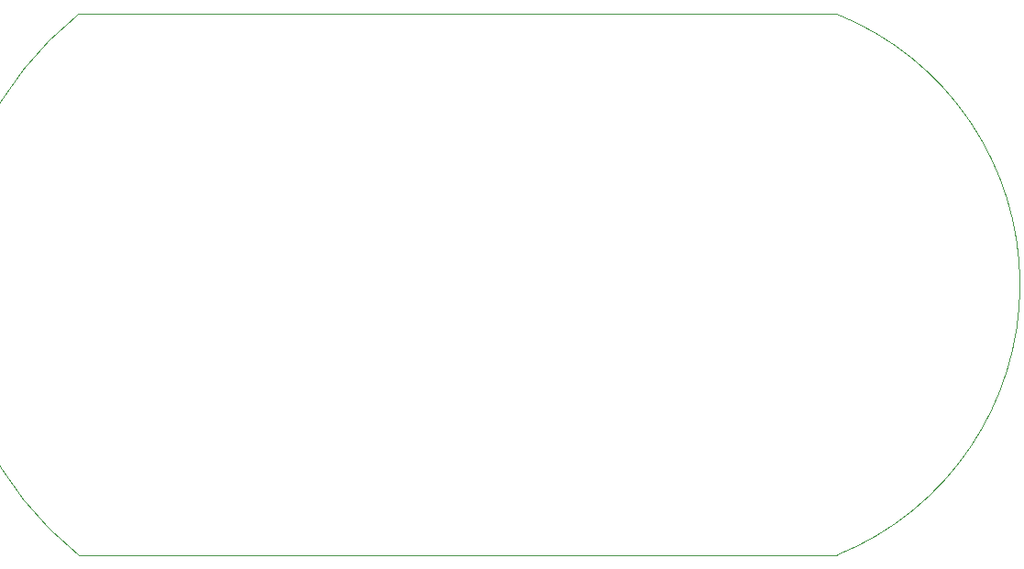
<source format=gbr>
%TF.GenerationSoftware,KiCad,Pcbnew,(5.1.8)-1*%
%TF.CreationDate,2021-02-18T11:59:37+08:00*%
%TF.ProjectId,remoter,72656d6f-7465-4722-9e6b-696361645f70,rev?*%
%TF.SameCoordinates,Original*%
%TF.FileFunction,Profile,NP*%
%FSLAX46Y46*%
G04 Gerber Fmt 4.6, Leading zero omitted, Abs format (unit mm)*
G04 Created by KiCad (PCBNEW (5.1.8)-1) date 2021-02-18 11:59:37*
%MOMM*%
%LPD*%
G01*
G04 APERTURE LIST*
%TA.AperFunction,Profile*%
%ADD10C,0.050000*%
%TD*%
G04 APERTURE END LIST*
D10*
X150999999Y-119999999D02*
X81000000Y-120000000D01*
X81000001Y-119999999D02*
G75*
G02*
X81000001Y-70000001I19999999J24999999D01*
G01*
X151000000Y-70000001D02*
G75*
G02*
X150999999Y-119999999I-10000000J-24999999D01*
G01*
X81000000Y-70000000D02*
X151000000Y-70000000D01*
M02*

</source>
